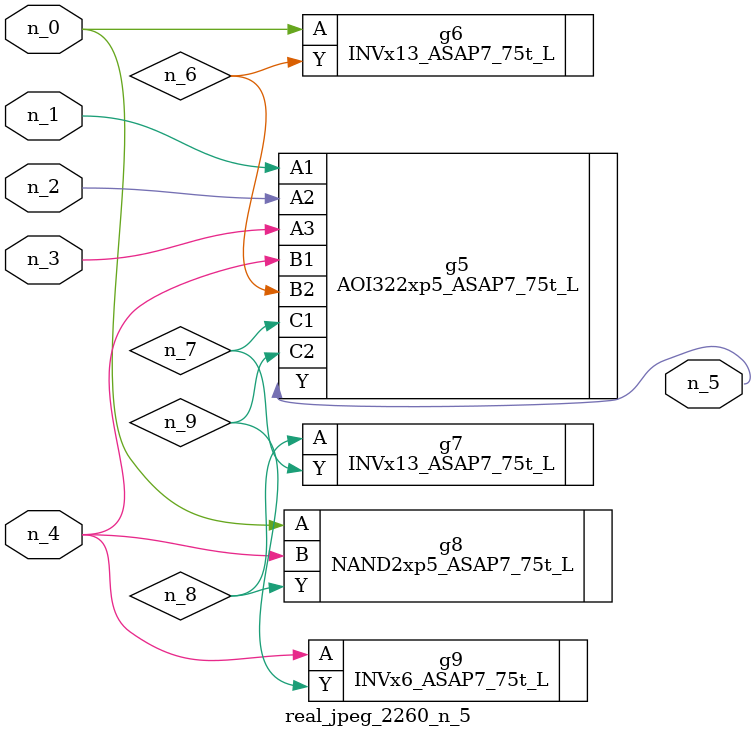
<source format=v>
module real_jpeg_2260_n_5 (n_4, n_0, n_1, n_2, n_3, n_5);

input n_4;
input n_0;
input n_1;
input n_2;
input n_3;

output n_5;

wire n_8;
wire n_6;
wire n_7;
wire n_9;

INVx13_ASAP7_75t_L g6 ( 
.A(n_0),
.Y(n_6)
);

NAND2xp5_ASAP7_75t_L g8 ( 
.A(n_0),
.B(n_4),
.Y(n_8)
);

AOI322xp5_ASAP7_75t_L g5 ( 
.A1(n_1),
.A2(n_2),
.A3(n_3),
.B1(n_4),
.B2(n_6),
.C1(n_7),
.C2(n_9),
.Y(n_5)
);

INVx6_ASAP7_75t_L g9 ( 
.A(n_4),
.Y(n_9)
);

INVx13_ASAP7_75t_L g7 ( 
.A(n_8),
.Y(n_7)
);


endmodule
</source>
